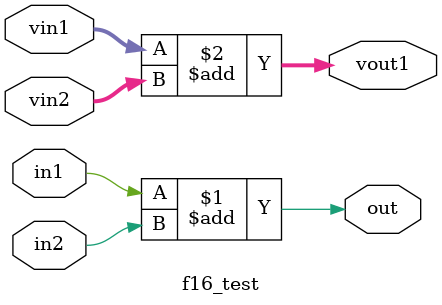
<source format=v>
module f16_test(out, in1, in2, vin1, vin2, vout1);
output out;
input in1, in2;
input [1:0] vin1;
input [2:0] vin2;
output [3:0] vout1;
assign out = in1 + in2;
assign vout1 = vin1 + vin2;
endmodule
</source>
